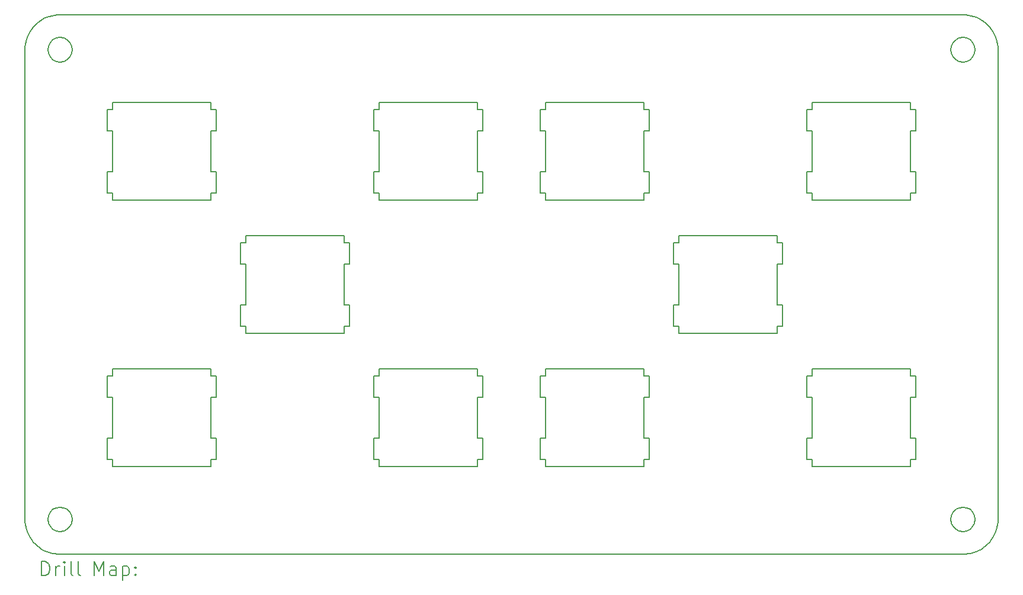
<source format=gbr>
%TF.GenerationSoftware,KiCad,Pcbnew,(7.0.0)*%
%TF.CreationDate,2023-03-23T02:07:08-06:00*%
%TF.ProjectId,MainPlate,4d61696e-506c-4617-9465-2e6b69636164,rev?*%
%TF.SameCoordinates,Original*%
%TF.FileFunction,Drillmap*%
%TF.FilePolarity,Positive*%
%FSLAX45Y45*%
G04 Gerber Fmt 4.5, Leading zero omitted, Abs format (unit mm)*
G04 Created by KiCad (PCBNEW (7.0.0)) date 2023-03-23 02:07:08*
%MOMM*%
%LPD*%
G01*
G04 APERTURE LIST*
%ADD10C,0.188976*%
%ADD11C,0.200000*%
G04 APERTURE END LIST*
D10*
X10678800Y-11630100D02*
X10758600Y-11630100D01*
X14488800Y-11320100D02*
X14488800Y-11320100D01*
X15390000Y-8710100D02*
X15390000Y-8710100D01*
X8667800Y-13269800D02*
X8629100Y-13231100D01*
X20680000Y-8810100D02*
X20680000Y-8810100D01*
X17375000Y-9415100D02*
X17375000Y-9415100D01*
X17375000Y-10715100D02*
X17375000Y-10715100D01*
X21931100Y-6618300D02*
X21932600Y-6657600D01*
X19280000Y-11220100D02*
X19280000Y-11320100D01*
X14488800Y-8710100D02*
X14568800Y-8710100D01*
X14488800Y-7820100D02*
X14568800Y-7820100D01*
X21266200Y-6711600D02*
X21266200Y-6711600D01*
X21837100Y-6363700D02*
X21858900Y-6396300D01*
X11183700Y-9315100D02*
X11183700Y-9415100D01*
X16950000Y-11630100D02*
X16950000Y-11630100D01*
X21266200Y-6603500D02*
X21257600Y-6657600D01*
X8629100Y-6799100D02*
X8629100Y-6799100D01*
X21535500Y-6516000D02*
X21535500Y-6516000D01*
X19280000Y-12620100D02*
X19280000Y-12620100D01*
X10678800Y-12210100D02*
X10678800Y-12210100D01*
X8629100Y-6516000D02*
X8629100Y-6516000D01*
X8384700Y-6554700D02*
X8359800Y-6603500D01*
X16950000Y-7510100D02*
X16870001Y-7510100D01*
X8384700Y-6760400D02*
X8384700Y-6760400D01*
X21510799Y-13866500D02*
X21471800Y-13871100D01*
X8359800Y-6603500D02*
X8359800Y-6603500D01*
X21894500Y-6466200D02*
X21894500Y-6466200D01*
X19200000Y-12520100D02*
X19200000Y-12520100D01*
X16950000Y-8710100D02*
X16950000Y-8400000D01*
X9278800Y-11220100D02*
X9278800Y-11320100D01*
X8526300Y-6832600D02*
X8580300Y-6824000D01*
X21623901Y-13834600D02*
X21587100Y-13848200D01*
X21858900Y-13633900D02*
X21858900Y-13633900D01*
X21266200Y-13426700D02*
X21291000Y-13475500D01*
X17375000Y-9725100D02*
X17375000Y-9725100D01*
X11183700Y-10715100D02*
X12583700Y-10715100D01*
X15390000Y-11320100D02*
X15390000Y-11320100D01*
X8409500Y-13858800D02*
X8409500Y-13858800D01*
X13088800Y-8710100D02*
X13088800Y-8810100D01*
X8172700Y-6304000D02*
X8201500Y-6277300D01*
X12583700Y-9415100D02*
X12583700Y-9415100D01*
X14488800Y-12210100D02*
X14488800Y-11630100D01*
X10678800Y-11220100D02*
X9278800Y-11220100D01*
X20680000Y-12620100D02*
X20680000Y-12620100D01*
X8423400Y-6516000D02*
X8384700Y-6554700D01*
X21291000Y-13475500D02*
X21291000Y-13475500D01*
X20680000Y-12210100D02*
X20680000Y-11630100D01*
X21926400Y-6579300D02*
X21931100Y-6618300D01*
X13008800Y-12520100D02*
X13008800Y-12520100D01*
X21812800Y-6332800D02*
X21837100Y-6363700D01*
X14568800Y-11630100D02*
X14568800Y-11630100D01*
X12583700Y-9415100D02*
X12583700Y-9315100D01*
X19280000Y-8810100D02*
X20680000Y-8810100D01*
X21535500Y-13231100D02*
X21486700Y-13206200D01*
X11183700Y-9725100D02*
X11183700Y-10305100D01*
X21932600Y-6657600D02*
X21932600Y-13372700D01*
X15470000Y-8400000D02*
X15470000Y-8400000D01*
X8146000Y-13697400D02*
X8146000Y-13697400D01*
X8359800Y-6711600D02*
X8384700Y-6760400D01*
X19280000Y-11320100D02*
X19200000Y-11320100D01*
X20760000Y-12520100D02*
X20760000Y-12210100D01*
X8384700Y-6760400D02*
X8423400Y-6799100D01*
X21931100Y-6618300D02*
X21931100Y-6618300D01*
X20760000Y-8710100D02*
X20760000Y-8710100D01*
X18775000Y-9415100D02*
X18775000Y-9315100D01*
X20680000Y-8710100D02*
X20680000Y-8710100D01*
X18855000Y-9415100D02*
X18855000Y-9415100D01*
X9278800Y-11630100D02*
X9278800Y-12210100D01*
X21549300Y-13858800D02*
X21549300Y-13858800D01*
X15470000Y-11320100D02*
X15390000Y-11320100D01*
X15470000Y-11630100D02*
X15470000Y-12210100D01*
X8146000Y-6332800D02*
X8146000Y-6332800D01*
X21599000Y-13318600D02*
X21599000Y-13318600D01*
X21607600Y-13372700D02*
X21607600Y-13372700D01*
X8080700Y-13599600D02*
X8064300Y-13564000D01*
X18855000Y-10305100D02*
X18855000Y-10305100D01*
X8050700Y-6503000D02*
X8050700Y-6503000D01*
X8580300Y-6824000D02*
X8629100Y-6799100D01*
X13008800Y-11630100D02*
X13088800Y-11630100D01*
X8040100Y-6540800D02*
X8040100Y-6540800D01*
X12583700Y-9315100D02*
X12583700Y-9315100D01*
X16870001Y-11220100D02*
X16870001Y-11220100D01*
X8526300Y-6832600D02*
X8526300Y-6832600D01*
X17295001Y-9415100D02*
X17295001Y-9725100D01*
X10678800Y-7410100D02*
X10678800Y-7410100D01*
X9278800Y-8810100D02*
X9278800Y-8810100D01*
X21549300Y-6171400D02*
X21549300Y-6171400D01*
X10678800Y-7510100D02*
X10678800Y-7410100D01*
X21858900Y-13633900D02*
X21837100Y-13666500D01*
X19200000Y-12520100D02*
X19280000Y-12520100D01*
X8692700Y-13318600D02*
X8692700Y-13318600D01*
X13088800Y-7410100D02*
X13088800Y-7510100D01*
X21599000Y-6711600D02*
X21599000Y-6711600D01*
X15390000Y-12520100D02*
X15390000Y-12520100D01*
X17375000Y-9315100D02*
X17375000Y-9415100D01*
X14488800Y-8810100D02*
X14488800Y-8810100D01*
X15390000Y-12210100D02*
X15390000Y-12520100D01*
X17295001Y-10305100D02*
X17295001Y-10615100D01*
X9198700Y-7510100D02*
X9198700Y-7820100D01*
X14568800Y-12210100D02*
X14488800Y-12210100D01*
X8667800Y-6760400D02*
X8667800Y-6760400D01*
X9278800Y-7820100D02*
X9278800Y-7820100D01*
X10678800Y-8400000D02*
X10678800Y-8400000D01*
X9278800Y-7510100D02*
X9198700Y-7510100D01*
X9198700Y-12520100D02*
X9278800Y-12520100D01*
X14488800Y-11220100D02*
X13088800Y-11220100D01*
X12663700Y-10615100D02*
X12663700Y-10305100D01*
X8334900Y-13834600D02*
X8334900Y-13834600D01*
X21908100Y-6503000D02*
X21908100Y-6503000D01*
X17375000Y-10305100D02*
X17295001Y-10305100D01*
X21894500Y-13564000D02*
X21894500Y-13564000D01*
X21486700Y-6491100D02*
X21486700Y-6491100D01*
X8423400Y-13231100D02*
X8423400Y-13231100D01*
X8359800Y-13426700D02*
X8359800Y-13426700D01*
X16870001Y-8710100D02*
X16950000Y-8710100D01*
X9198700Y-8710100D02*
X9198700Y-8710100D01*
X8448000Y-13866500D02*
X8409500Y-13858800D01*
X21726501Y-13777200D02*
X21693800Y-13799000D01*
X8172700Y-13726200D02*
X8146000Y-13697400D01*
X16870001Y-7820100D02*
X16950000Y-7820100D01*
X19200000Y-7820100D02*
X19280000Y-7820100D01*
X8099900Y-13633900D02*
X8099900Y-13633900D01*
X8040100Y-6540800D02*
X8050700Y-6503000D01*
X21607600Y-6657600D02*
X21607600Y-6657600D01*
X10678800Y-12210100D02*
X10678800Y-11630100D01*
X18855000Y-9725100D02*
X18855000Y-9415100D01*
X8265000Y-6231200D02*
X8265000Y-6231200D01*
X21329701Y-6516000D02*
X21329701Y-6516000D01*
X21878100Y-13599600D02*
X21878100Y-13599600D01*
X8384700Y-6554700D02*
X8384700Y-6554700D01*
X16950000Y-7820100D02*
X16950000Y-7820100D01*
X21786201Y-13726200D02*
X21757301Y-13752900D01*
X21786201Y-6304000D02*
X21786201Y-6304000D01*
X8027800Y-13411900D02*
X8026200Y-13372600D01*
X8692700Y-13426700D02*
X8701300Y-13372700D01*
X14488800Y-7410100D02*
X14488800Y-7410100D01*
X8232400Y-6253000D02*
X8232400Y-6253000D01*
X21878100Y-6430600D02*
X21894500Y-6466200D01*
X16950000Y-11320100D02*
X16950000Y-11320100D01*
X16870001Y-11220100D02*
X15470000Y-11220100D01*
X8526300Y-13547700D02*
X8580300Y-13539100D01*
X8487000Y-6159100D02*
X8487000Y-6159100D01*
X18775000Y-9415100D02*
X18775000Y-9415100D01*
X21659600Y-6212000D02*
X21659600Y-6212000D01*
X8487000Y-13871100D02*
X8448000Y-13866500D01*
X21329701Y-13231100D02*
X21329701Y-13231100D01*
X20680000Y-8710100D02*
X20760000Y-8710100D01*
X13008800Y-12210100D02*
X13008800Y-12520100D01*
X20760000Y-11320100D02*
X20680000Y-11320100D01*
X14568800Y-7820100D02*
X14568800Y-7510100D01*
X21266200Y-6603500D02*
X21266200Y-6603500D01*
X8472200Y-13206200D02*
X8423400Y-13231100D01*
X15390000Y-12520100D02*
X15470000Y-12520100D01*
X21471800Y-6159100D02*
X21510799Y-6163700D01*
X8027800Y-13411900D02*
X8027800Y-13411900D01*
X13088800Y-11320100D02*
X13088800Y-11320100D01*
X18855000Y-10305100D02*
X18775000Y-10305100D01*
X16870001Y-7510100D02*
X16870001Y-7410100D01*
X16870001Y-7510100D02*
X16870001Y-7510100D01*
X14488800Y-8400000D02*
X14488800Y-8400000D01*
X19200000Y-12210100D02*
X19200000Y-12210100D01*
X16870001Y-8400000D02*
X16870001Y-8400000D01*
X19280000Y-12520100D02*
X19280000Y-12520100D01*
X8629100Y-13514200D02*
X8629100Y-13514200D01*
X8526300Y-13197700D02*
X8526300Y-13197700D01*
X14488800Y-11630100D02*
X14488800Y-11630100D01*
X16950000Y-12210100D02*
X16950000Y-12210100D01*
X16870001Y-7410100D02*
X16870001Y-7410100D01*
X15390000Y-11320100D02*
X15390000Y-11630100D01*
X8027800Y-6618300D02*
X8027800Y-6618300D01*
X16950000Y-12520100D02*
X16950000Y-12210100D01*
X14568800Y-8710100D02*
X14568800Y-8710100D01*
X11103800Y-10615100D02*
X11183700Y-10615100D01*
X19200000Y-7510100D02*
X19200000Y-7820100D01*
X13088800Y-7510100D02*
X13088800Y-7510100D01*
X8409500Y-13858800D02*
X8371700Y-13848200D01*
X8629100Y-13514200D02*
X8667800Y-13475500D01*
X14488800Y-11320100D02*
X14488800Y-11220100D01*
X9198700Y-12210100D02*
X9198700Y-12210100D01*
X14488800Y-7510100D02*
X14488800Y-7510100D01*
X21329701Y-13514200D02*
X21378500Y-13539100D01*
X17295001Y-9415100D02*
X17295001Y-9415100D01*
X21486700Y-6824000D02*
X21535500Y-6799100D01*
X8265000Y-13799000D02*
X8232400Y-13777200D01*
X21510799Y-6163700D02*
X21549300Y-6171400D01*
X21837100Y-13666500D02*
X21837100Y-13666500D01*
X8334900Y-6195600D02*
X8334900Y-6195600D01*
X10758600Y-11320100D02*
X10758600Y-11320100D01*
X10678800Y-7510100D02*
X10678800Y-7510100D01*
X16950000Y-7820100D02*
X16950000Y-7510100D01*
X13008800Y-11320100D02*
X13008800Y-11630100D01*
X10758600Y-12210100D02*
X10678800Y-12210100D01*
X8099900Y-13633900D02*
X8080700Y-13599600D01*
X18775000Y-10615100D02*
X18775000Y-10615100D01*
X18775000Y-9725100D02*
X18855000Y-9725100D01*
X21623901Y-6195600D02*
X21623901Y-6195600D01*
X12663700Y-9725100D02*
X12663700Y-9725100D01*
X10678800Y-11320100D02*
X10678800Y-11220100D01*
X8334900Y-6195600D02*
X8371700Y-6182000D01*
X8121700Y-6363700D02*
X8146000Y-6332800D01*
X21549300Y-13858800D02*
X21510799Y-13866500D01*
X8080700Y-6430600D02*
X8099900Y-6396300D01*
X11183700Y-9415100D02*
X11183700Y-9415100D01*
X8032400Y-6579300D02*
X8040100Y-6540800D01*
X15390000Y-12210100D02*
X15390000Y-12210100D01*
X10678800Y-8810100D02*
X10678800Y-8710100D01*
X11103800Y-9725100D02*
X11183700Y-9725100D01*
X21932600Y-13372700D02*
X21931100Y-13411900D01*
X21574200Y-13269800D02*
X21535500Y-13231100D01*
X21291000Y-6554700D02*
X21266200Y-6603500D01*
X8526300Y-13547700D02*
X8526300Y-13547700D01*
X21574200Y-13269800D02*
X21574200Y-13269800D01*
X21599000Y-6603500D02*
X21599000Y-6603500D01*
X20760000Y-7820100D02*
X20760000Y-7510100D01*
X8472200Y-13539100D02*
X8472200Y-13539100D01*
X14488800Y-12210100D02*
X14488800Y-12210100D01*
X15470000Y-12620100D02*
X16870001Y-12620100D01*
X8351300Y-6657600D02*
X8351300Y-6657600D01*
X21918800Y-6540800D02*
X21926400Y-6579300D01*
X21486700Y-6824000D02*
X21486700Y-6824000D01*
X16870001Y-12620100D02*
X16870001Y-12620100D01*
X15470000Y-7410100D02*
X15470000Y-7510100D01*
X12663700Y-9415100D02*
X12663700Y-9415100D01*
X8371700Y-6182000D02*
X8371700Y-6182000D01*
X14568800Y-7510100D02*
X14488800Y-7510100D01*
X14488800Y-7510100D02*
X14488800Y-7410100D01*
X11103800Y-10305100D02*
X11103800Y-10305100D01*
X21918800Y-13489400D02*
X21918800Y-13489400D01*
X8629100Y-6799100D02*
X8667800Y-6760400D01*
X8359800Y-6711600D02*
X8359800Y-6711600D01*
X21812800Y-13697400D02*
X21812800Y-13697400D01*
X20760000Y-12210100D02*
X20760000Y-12210100D01*
X13088800Y-12620100D02*
X13088800Y-12620100D01*
X16950000Y-11630100D02*
X16950000Y-11320100D01*
X8032400Y-6579300D02*
X8032400Y-6579300D01*
X20760000Y-8400000D02*
X20760000Y-8400000D01*
X13088800Y-12210100D02*
X13008800Y-12210100D01*
X21510799Y-13866500D02*
X21510799Y-13866500D01*
X8580300Y-13539100D02*
X8629100Y-13514200D01*
X21918800Y-6540800D02*
X21918800Y-6540800D01*
X9278800Y-7510100D02*
X9278800Y-7510100D01*
X9278800Y-7820100D02*
X9278800Y-8400000D01*
X21266200Y-13318600D02*
X21266200Y-13318600D01*
X21574200Y-13475500D02*
X21599000Y-13426700D01*
X20680000Y-7510100D02*
X20680000Y-7510100D01*
X21812800Y-6332800D02*
X21812800Y-6332800D01*
X8423400Y-6799100D02*
X8423400Y-6799100D01*
X18775000Y-10715100D02*
X18775000Y-10715100D01*
X21329701Y-6516000D02*
X21291000Y-6554700D01*
X8371700Y-6182000D02*
X8409500Y-6171400D01*
X13008800Y-8400000D02*
X13008800Y-8400000D01*
X21378500Y-13206200D02*
X21329701Y-13231100D01*
X21432600Y-6157600D02*
X21471800Y-6159100D01*
X12663700Y-10615100D02*
X12663700Y-10615100D01*
X8299300Y-13818200D02*
X8265000Y-13799000D01*
X15390000Y-8400000D02*
X15390000Y-8710100D01*
X15470000Y-12210100D02*
X15390000Y-12210100D01*
X21878100Y-6430600D02*
X21878100Y-6430600D01*
X10758600Y-11320100D02*
X10678800Y-11320100D01*
X8526300Y-13197700D02*
X8472200Y-13206200D01*
X8692700Y-6603500D02*
X8692700Y-6603500D01*
X20760000Y-11320100D02*
X20760000Y-11320100D01*
X8526300Y-6482600D02*
X8472200Y-6491100D01*
X16870001Y-12520100D02*
X16870001Y-12520100D01*
X16870001Y-7820100D02*
X16870001Y-7820100D01*
X13008800Y-7510100D02*
X13008800Y-7820100D01*
X10758600Y-7510100D02*
X10758600Y-7510100D01*
X16950000Y-8400000D02*
X16870001Y-8400000D01*
X13088800Y-7820100D02*
X13088800Y-7820100D01*
X21257600Y-6657600D02*
X21266200Y-6711600D01*
X13088800Y-8810100D02*
X13088800Y-8810100D01*
X10678800Y-11630100D02*
X10678800Y-11630100D01*
X13008800Y-12520100D02*
X13088800Y-12520100D01*
X8526300Y-13872700D02*
X8526300Y-13872700D01*
X18775000Y-9315100D02*
X17375000Y-9315100D01*
X15470000Y-7820100D02*
X15470000Y-8400000D01*
X9198700Y-11630100D02*
X9278800Y-11630100D01*
X12663700Y-9725100D02*
X12663700Y-9415100D01*
X17375000Y-9725100D02*
X17375000Y-10305100D01*
X21726501Y-6253000D02*
X21757301Y-6277300D01*
X21291000Y-13269800D02*
X21266200Y-13318600D01*
X18775000Y-9315100D02*
X18775000Y-9315100D01*
X9278800Y-11630100D02*
X9278800Y-11630100D01*
X21535500Y-13514200D02*
X21535500Y-13514200D01*
X19200000Y-7820100D02*
X19200000Y-7820100D01*
X19280000Y-12520100D02*
X19280000Y-12620100D01*
X9198700Y-8710100D02*
X9278800Y-8710100D01*
X17375000Y-10715100D02*
X18775000Y-10715100D01*
X8201500Y-6277300D02*
X8232400Y-6253000D01*
X20680000Y-7510100D02*
X20680000Y-7410100D01*
X21486700Y-13206200D02*
X21486700Y-13206200D01*
X8121700Y-13666500D02*
X8121700Y-13666500D01*
X21908100Y-13527200D02*
X21894500Y-13564000D01*
X19200000Y-8710100D02*
X19200000Y-8710100D01*
X21599000Y-13426700D02*
X21607600Y-13372700D01*
X13008800Y-8710100D02*
X13088800Y-8710100D01*
X20680000Y-11220100D02*
X19280000Y-11220100D01*
X8172700Y-6304000D02*
X8172700Y-6304000D01*
X15470000Y-7510100D02*
X15390000Y-7510100D01*
X8526300Y-6157500D02*
X8526300Y-6157500D01*
X16950000Y-11320100D02*
X16870001Y-11320100D01*
X19280000Y-7410100D02*
X19280000Y-7510100D01*
X21535500Y-13231100D02*
X21535500Y-13231100D01*
X21257600Y-13372700D02*
X21266200Y-13426700D01*
X10678800Y-12520100D02*
X10758600Y-12520100D01*
X20680000Y-8400000D02*
X20680000Y-7820100D01*
X9278800Y-12620100D02*
X10678800Y-12620100D01*
X20760000Y-11630100D02*
X20760000Y-11320100D01*
X19200000Y-11320100D02*
X19200000Y-11630100D01*
X21486700Y-13539100D02*
X21486700Y-13539100D01*
X21607600Y-6657600D02*
X21599000Y-6603500D01*
X21574200Y-13475500D02*
X21574200Y-13475500D01*
X12583700Y-10715100D02*
X12583700Y-10715100D01*
X21757301Y-13752900D02*
X21726501Y-13777200D01*
X13008800Y-8400000D02*
X13008800Y-8710100D01*
X21535500Y-6799100D02*
X21574200Y-6760400D01*
X8351300Y-13372700D02*
X8351300Y-13372700D01*
X21549300Y-6171400D02*
X21587100Y-6182000D01*
X8032400Y-13450900D02*
X8032400Y-13450900D01*
X10678800Y-7410100D02*
X9278800Y-7410100D01*
X15470000Y-8400000D02*
X15390000Y-8400000D01*
X21837100Y-6363700D02*
X21837100Y-6363700D01*
X17295001Y-10305100D02*
X17295001Y-10305100D01*
X15390000Y-11630100D02*
X15390000Y-11630100D01*
X12663700Y-9415100D02*
X12583700Y-9415100D01*
X21432600Y-6482600D02*
X21378500Y-6491100D01*
X14568800Y-8400000D02*
X14568800Y-8400000D01*
X8629100Y-6516000D02*
X8580300Y-6491100D01*
X15470000Y-12520100D02*
X15470000Y-12620100D01*
X21812800Y-13697400D02*
X21786201Y-13726200D01*
X18775000Y-10305100D02*
X18775000Y-10305100D01*
X10678800Y-8710100D02*
X10758600Y-8710100D01*
X8580300Y-6824000D02*
X8580300Y-6824000D01*
X17295001Y-10615100D02*
X17295001Y-10615100D01*
X21599000Y-6603500D02*
X21574200Y-6554700D01*
X21266200Y-13426700D02*
X21266200Y-13426700D01*
X8359800Y-6603500D02*
X8351300Y-6657600D01*
X20680000Y-7410100D02*
X19280000Y-7410100D01*
X8409500Y-6171400D02*
X8409500Y-6171400D01*
X18775000Y-10305100D02*
X18775000Y-9725100D01*
X8026300Y-6657600D02*
X8026300Y-6657600D01*
X21432600Y-13872700D02*
X8526300Y-13872700D01*
X8701300Y-13372700D02*
X8692700Y-13318600D01*
X9198700Y-7510100D02*
X9198700Y-7510100D01*
X20760000Y-7820100D02*
X20760000Y-7820100D01*
X21757301Y-6277300D02*
X21757301Y-6277300D01*
X21486700Y-13539100D02*
X21535500Y-13514200D01*
X21607600Y-13372700D02*
X21599000Y-13318600D01*
X8580300Y-13206200D02*
X8580300Y-13206200D01*
X8384700Y-13475500D02*
X8384700Y-13475500D01*
X8064300Y-6466200D02*
X8064300Y-6466200D01*
X13088800Y-12210100D02*
X13088800Y-12210100D01*
X13088800Y-8710100D02*
X13088800Y-8710100D01*
X8026200Y-13372600D02*
X8026300Y-6657600D01*
X15390000Y-8400000D02*
X15390000Y-8400000D01*
X19280000Y-7510100D02*
X19200000Y-7510100D01*
X20680000Y-8810100D02*
X20680000Y-8710100D01*
X21932600Y-13372700D02*
X21932600Y-13372700D01*
X9278800Y-12210100D02*
X9278800Y-12210100D01*
X19200000Y-11630100D02*
X19280000Y-11630100D01*
X8487000Y-6159100D02*
X8526300Y-6157500D01*
X16870001Y-12210100D02*
X16870001Y-11630100D01*
X15390000Y-7820100D02*
X15390000Y-7820100D01*
X14488800Y-11220100D02*
X14488800Y-11220100D01*
X21659600Y-6212000D02*
X21693800Y-6231200D01*
X8099900Y-6396300D02*
X8099900Y-6396300D01*
X19200000Y-11320100D02*
X19200000Y-11320100D01*
X13088800Y-7820100D02*
X13088800Y-8400000D01*
X18855000Y-10615100D02*
X18855000Y-10615100D01*
X8448000Y-6163700D02*
X8487000Y-6159100D01*
X19280000Y-8400000D02*
X19200000Y-8400000D01*
X15390000Y-7510100D02*
X15390000Y-7820100D01*
X21894500Y-13564000D02*
X21878100Y-13599600D01*
X8423400Y-6799100D02*
X8472200Y-6824000D01*
X9198700Y-7820100D02*
X9278800Y-7820100D01*
X21786201Y-6304000D02*
X21812800Y-6332800D01*
X21510799Y-6163700D02*
X21510799Y-6163700D01*
X21858900Y-6396300D02*
X21878100Y-6430600D01*
X15470000Y-12210100D02*
X15470000Y-12210100D01*
X10758600Y-7820100D02*
X10758600Y-7510100D01*
X13088800Y-8810100D02*
X14488800Y-8810100D01*
X8423400Y-13514200D02*
X8423400Y-13514200D01*
X21587100Y-13848200D02*
X21549300Y-13858800D01*
X8692700Y-13426700D02*
X8692700Y-13426700D01*
X19280000Y-8810100D02*
X19280000Y-8810100D01*
X8265000Y-6231200D02*
X8299300Y-6212000D01*
X8472200Y-6491100D02*
X8423400Y-6516000D01*
X15470000Y-12620100D02*
X15470000Y-12620100D01*
X11183700Y-9725100D02*
X11183700Y-9725100D01*
X13008800Y-7510100D02*
X13008800Y-7510100D01*
X16950000Y-8710100D02*
X16950000Y-8710100D01*
X17295001Y-9725100D02*
X17295001Y-9725100D01*
X20680000Y-11320100D02*
X20680000Y-11320100D01*
X10758600Y-7820100D02*
X10758600Y-7820100D01*
X14488800Y-7820100D02*
X14488800Y-7820100D01*
X19280000Y-11630100D02*
X19280000Y-11630100D01*
X21918800Y-13489400D02*
X21908100Y-13527200D01*
X13008800Y-7820100D02*
X13008800Y-7820100D01*
X21623901Y-6195600D02*
X21659600Y-6212000D01*
X21858900Y-6396300D02*
X21858900Y-6396300D01*
X8299300Y-13818200D02*
X8299300Y-13818200D01*
X21932600Y-6657600D02*
X21932600Y-6657600D01*
X8201500Y-13752900D02*
X8201500Y-13752900D01*
X13088800Y-11630100D02*
X13088800Y-11630100D01*
X14488800Y-8810100D02*
X14488800Y-8710100D01*
X15470000Y-12520100D02*
X15470000Y-12520100D01*
X8629100Y-13231100D02*
X8629100Y-13231100D01*
X21587100Y-13848200D02*
X21587100Y-13848200D01*
X8701300Y-6657600D02*
X8701300Y-6657600D01*
X8299300Y-6212000D02*
X8334900Y-6195600D01*
X21291000Y-6760400D02*
X21291000Y-6760400D01*
X14488800Y-12620100D02*
X14488800Y-12520100D01*
X14488800Y-12620100D02*
X14488800Y-12620100D01*
X8472200Y-6824000D02*
X8472200Y-6824000D01*
X21693800Y-6231200D02*
X21693800Y-6231200D01*
X21726501Y-13777200D02*
X21726501Y-13777200D01*
X16870001Y-11320100D02*
X16870001Y-11320100D01*
X21486700Y-13206200D02*
X21432600Y-13197700D01*
X16870001Y-8810100D02*
X16870001Y-8710100D01*
X14568800Y-11320100D02*
X14488800Y-11320100D01*
X8232400Y-13777200D02*
X8232400Y-13777200D01*
X21623901Y-13834600D02*
X21623901Y-13834600D01*
X10758600Y-12520100D02*
X10758600Y-12520100D01*
X8526300Y-13872700D02*
X8487000Y-13871100D01*
X10758600Y-8710100D02*
X10758600Y-8400000D01*
X21757301Y-6277300D02*
X21786201Y-6304000D01*
X8423400Y-6516000D02*
X8423400Y-6516000D01*
X12663700Y-10305100D02*
X12583700Y-10305100D01*
X10758600Y-8710100D02*
X10758600Y-8710100D01*
X8667800Y-6554700D02*
X8629100Y-6516000D01*
X14488800Y-12520100D02*
X14568800Y-12520100D01*
X9278800Y-11320100D02*
X9278800Y-11320100D01*
X12583700Y-10615100D02*
X12583700Y-10615100D01*
X19280000Y-12620100D02*
X20680000Y-12620100D01*
X21574200Y-6554700D02*
X21574200Y-6554700D01*
X12583700Y-10615100D02*
X12663700Y-10615100D01*
X8667800Y-13269800D02*
X8667800Y-13269800D01*
X8384700Y-13269800D02*
X8384700Y-13269800D01*
X21291000Y-13269800D02*
X21291000Y-13269800D01*
X8384700Y-13475500D02*
X8423400Y-13514200D01*
X15470000Y-11220100D02*
X15470000Y-11320100D01*
X8265000Y-13799000D02*
X8265000Y-13799000D01*
X11183700Y-10715100D02*
X11183700Y-10715100D01*
X21432600Y-13547700D02*
X21432600Y-13547700D01*
X11183700Y-10615100D02*
X11183700Y-10615100D01*
X21291000Y-6554700D02*
X21291000Y-6554700D01*
X21659600Y-13818200D02*
X21623901Y-13834600D01*
X16950000Y-7510100D02*
X16950000Y-7510100D01*
X16870001Y-8710100D02*
X16870001Y-8710100D01*
X15470000Y-8810100D02*
X15470000Y-8810100D01*
X21432600Y-13197700D02*
X21378500Y-13206200D01*
X20680000Y-11220100D02*
X20680000Y-11220100D01*
X17295001Y-9725100D02*
X17375000Y-9725100D01*
X21378500Y-13539100D02*
X21432600Y-13547700D01*
X21378500Y-13539100D02*
X21378500Y-13539100D01*
X16870001Y-11630100D02*
X16870001Y-11630100D01*
X8359800Y-13318600D02*
X8359800Y-13318600D01*
X20760000Y-12520100D02*
X20760000Y-12520100D01*
X21926400Y-13450900D02*
X21918800Y-13489400D01*
X21926400Y-6579300D02*
X21926400Y-6579300D01*
X9278800Y-8810100D02*
X10678800Y-8810100D01*
X12583700Y-10715100D02*
X12583700Y-10615100D01*
X8146000Y-13697400D02*
X8121700Y-13666500D01*
X16950000Y-12210100D02*
X16870001Y-12210100D01*
X8580300Y-13206200D02*
X8526300Y-13197700D01*
X21329701Y-13231100D02*
X21291000Y-13269800D01*
X21432600Y-6832600D02*
X21486700Y-6824000D01*
X13088800Y-11220100D02*
X13088800Y-11320100D01*
X11103800Y-10615100D02*
X11103800Y-10615100D01*
X13088800Y-8400000D02*
X13088800Y-8400000D01*
X10678800Y-8810100D02*
X10678800Y-8810100D01*
X13088800Y-11320100D02*
X13008800Y-11320100D01*
X13008800Y-12210100D02*
X13008800Y-12210100D01*
X20680000Y-7820100D02*
X20760000Y-7820100D01*
X15390000Y-8710100D02*
X15470000Y-8710100D01*
X8172700Y-13726200D02*
X8172700Y-13726200D01*
X14568800Y-12210100D02*
X14568800Y-12210100D01*
X8201500Y-6277300D02*
X8201500Y-6277300D01*
X8080700Y-6430600D02*
X8080700Y-6430600D01*
X20680000Y-8400000D02*
X20680000Y-8400000D01*
X19200000Y-11630100D02*
X19200000Y-11630100D01*
X8629100Y-13231100D02*
X8580300Y-13206200D01*
X16870001Y-12620100D02*
X16870001Y-12520100D01*
X17375000Y-10615100D02*
X17375000Y-10615100D01*
X21432600Y-13872700D02*
X21432600Y-13872700D01*
X12583700Y-9725100D02*
X12663700Y-9725100D01*
X8371700Y-13848200D02*
X8334900Y-13834600D01*
X11183700Y-9415100D02*
X11103800Y-9415100D01*
X20760000Y-8710100D02*
X20760000Y-8400000D01*
X20680000Y-11630100D02*
X20680000Y-11630100D01*
X21378500Y-6824000D02*
X21378500Y-6824000D01*
X19200000Y-8710100D02*
X19280000Y-8710100D01*
X8580300Y-6491100D02*
X8526300Y-6482600D01*
X21291000Y-6760400D02*
X21329701Y-6799100D01*
X21894500Y-6466200D02*
X21908100Y-6503000D01*
X21908100Y-13527200D02*
X21908100Y-13527200D01*
X19280000Y-7510100D02*
X19280000Y-7510100D01*
X8667800Y-13475500D02*
X8692700Y-13426700D01*
X9198700Y-11320100D02*
X9198700Y-11320100D01*
X8692700Y-6711600D02*
X8692700Y-6711600D01*
X20680000Y-7820100D02*
X20680000Y-7820100D01*
X21693800Y-6231200D02*
X21726501Y-6253000D01*
X9278800Y-8710100D02*
X9278800Y-8810100D01*
X10758600Y-7510100D02*
X10678800Y-7510100D01*
X16870001Y-7410100D02*
X15470000Y-7410100D01*
X8232400Y-6253000D02*
X8265000Y-6231200D01*
X9198700Y-8400000D02*
X9198700Y-8710100D01*
X8487000Y-13871100D02*
X8487000Y-13871100D01*
X13008800Y-8710100D02*
X13008800Y-8710100D01*
X8146000Y-6332800D02*
X8172700Y-6304000D01*
X9278800Y-12520100D02*
X9278800Y-12620100D01*
X21471800Y-13871100D02*
X21471800Y-13871100D01*
X21574200Y-6554700D02*
X21535500Y-6516000D01*
X21587100Y-6182000D02*
X21623901Y-6195600D01*
X15470000Y-11630100D02*
X15470000Y-11630100D01*
X20680000Y-12520100D02*
X20680000Y-12520100D01*
X14488800Y-12520100D02*
X14488800Y-12520100D01*
X21378500Y-6824000D02*
X21432600Y-6832600D01*
X13088800Y-12620100D02*
X14488800Y-12620100D01*
X16870001Y-8400000D02*
X16870001Y-7820100D01*
X20680000Y-11630100D02*
X20760000Y-11630100D01*
X13008800Y-11630100D02*
X13008800Y-11630100D01*
X8064300Y-13564000D02*
X8050700Y-13527200D01*
X21486700Y-6491100D02*
X21432600Y-6482600D01*
X11103800Y-10305100D02*
X11103800Y-10615100D01*
X16950000Y-8400000D02*
X16950000Y-8400000D01*
X14568800Y-12520100D02*
X14568800Y-12520100D01*
X20760000Y-8400000D02*
X20680000Y-8400000D01*
X8299300Y-6212000D02*
X8299300Y-6212000D01*
X19280000Y-7820100D02*
X19280000Y-7820100D01*
X9198700Y-12520100D02*
X9198700Y-12520100D01*
X8050700Y-6503000D02*
X8064300Y-6466200D01*
X16950000Y-12520100D02*
X16950000Y-12520100D01*
X21726501Y-6253000D02*
X21726501Y-6253000D01*
X8580300Y-13539100D02*
X8580300Y-13539100D01*
X20680000Y-12520100D02*
X20760000Y-12520100D01*
X8526300Y-6482600D02*
X8526300Y-6482600D01*
X10678800Y-8400000D02*
X10678800Y-7820100D01*
X16870001Y-11630100D02*
X16950000Y-11630100D01*
X15470000Y-8710100D02*
X15470000Y-8810100D01*
X21693800Y-13799000D02*
X21693800Y-13799000D01*
X11183700Y-10305100D02*
X11103800Y-10305100D01*
X9278800Y-11320100D02*
X9198700Y-11320100D01*
X16870001Y-8810100D02*
X16870001Y-8810100D01*
X21432600Y-13547700D02*
X21486700Y-13539100D01*
X18855000Y-10615100D02*
X18855000Y-10305100D01*
X14568800Y-8400000D02*
X14488800Y-8400000D01*
X17375000Y-10615100D02*
X17375000Y-10715100D01*
X9278800Y-8400000D02*
X9278800Y-8400000D01*
X10758600Y-12520100D02*
X10758600Y-12210100D01*
X15470000Y-8810100D02*
X16870001Y-8810100D01*
X21599000Y-6711600D02*
X21607600Y-6657600D01*
X14488800Y-11630100D02*
X14568800Y-11630100D01*
X14568800Y-7510100D02*
X14568800Y-7510100D01*
X12583700Y-10305100D02*
X12583700Y-10305100D01*
X8667800Y-13475500D02*
X8667800Y-13475500D01*
X21659600Y-13818200D02*
X21659600Y-13818200D01*
X8334900Y-13834600D02*
X8299300Y-13818200D01*
X19280000Y-8710100D02*
X19280000Y-8710100D01*
X14488800Y-7410100D02*
X13088800Y-7410100D01*
X21599000Y-13318600D02*
X21574200Y-13269800D01*
X8692700Y-6603500D02*
X8667800Y-6554700D01*
X19280000Y-7820100D02*
X19280000Y-8400000D01*
X15390000Y-7510100D02*
X15390000Y-7510100D01*
X8423400Y-13231100D02*
X8384700Y-13269800D01*
X21329701Y-13514200D02*
X21329701Y-13514200D01*
X8472200Y-6824000D02*
X8526300Y-6832600D01*
X14568800Y-12520100D02*
X14568800Y-12210100D01*
X14488800Y-8710100D02*
X14488800Y-8710100D01*
X12583700Y-10305100D02*
X12583700Y-9725100D01*
X21574200Y-6760400D02*
X21574200Y-6760400D01*
X9198700Y-7820100D02*
X9198700Y-7820100D01*
X21786201Y-13726200D02*
X21786201Y-13726200D01*
X13088800Y-8400000D02*
X13008800Y-8400000D01*
X21535500Y-13514200D02*
X21574200Y-13475500D01*
X21837100Y-13666500D02*
X21812800Y-13697400D01*
X12583700Y-9725100D02*
X12583700Y-9725100D01*
X16870001Y-12520100D02*
X16950000Y-12520100D01*
X8359800Y-13318600D02*
X8351300Y-13372700D01*
X20760000Y-11630100D02*
X20760000Y-11630100D01*
X20680000Y-12210100D02*
X20680000Y-12210100D01*
X8667800Y-6760400D02*
X8692700Y-6711600D01*
X21432600Y-13197700D02*
X21432600Y-13197700D01*
X10678800Y-11320100D02*
X10678800Y-11320100D01*
X21574200Y-6760400D02*
X21599000Y-6711600D01*
X21257600Y-6657600D02*
X21257600Y-6657600D01*
X13008800Y-11320100D02*
X13008800Y-11320100D01*
X15470000Y-11320100D02*
X15470000Y-11320100D01*
X10678800Y-11220100D02*
X10678800Y-11220100D01*
X19280000Y-12210100D02*
X19280000Y-12210100D01*
X21535500Y-6799100D02*
X21535500Y-6799100D01*
X8526300Y-6157500D02*
X21432600Y-6157600D01*
X8026200Y-13372600D02*
X8026200Y-13372600D01*
X19280000Y-8710100D02*
X19280000Y-8810100D01*
X21329701Y-6799100D02*
X21378500Y-6824000D01*
X8448000Y-13866500D02*
X8448000Y-13866500D01*
X19280000Y-11320100D02*
X19280000Y-11320100D01*
X21471800Y-6159100D02*
X21471800Y-6159100D01*
X9198700Y-11630100D02*
X9198700Y-11630100D01*
X18775000Y-10615100D02*
X18855000Y-10615100D01*
X8050700Y-13527200D02*
X8040100Y-13489400D01*
X8064300Y-6466200D02*
X8080700Y-6430600D01*
X17375000Y-9415100D02*
X17295001Y-9415100D01*
X19280000Y-11630100D02*
X19280000Y-12210100D01*
X8351300Y-6657600D02*
X8359800Y-6711600D01*
X18775000Y-10715100D02*
X18775000Y-10615100D01*
X21926400Y-13450900D02*
X21926400Y-13450900D01*
X21693800Y-13799000D02*
X21659600Y-13818200D01*
X21931100Y-13411900D02*
X21931100Y-13411900D01*
X9278800Y-12520100D02*
X9278800Y-12520100D01*
X15470000Y-7820100D02*
X15470000Y-7820100D01*
X20680000Y-7410100D02*
X20680000Y-7410100D01*
X8026300Y-6657600D02*
X8027800Y-6618300D01*
X10678800Y-7820100D02*
X10678800Y-7820100D01*
X14568800Y-8710100D02*
X14568800Y-8400000D01*
X10758600Y-12210100D02*
X10758600Y-12210100D01*
X10758600Y-8400000D02*
X10758600Y-8400000D01*
X9278800Y-8400000D02*
X9198700Y-8400000D01*
X16870001Y-11320100D02*
X16870001Y-11220100D01*
X12583700Y-9315100D02*
X11183700Y-9315100D01*
X18855000Y-9725100D02*
X18855000Y-9725100D01*
X8409500Y-6171400D02*
X8448000Y-6163700D01*
X8064300Y-13564000D02*
X8064300Y-13564000D01*
X8472200Y-13539100D02*
X8526300Y-13547700D01*
X16870001Y-12210100D02*
X16870001Y-12210100D01*
X10678800Y-8710100D02*
X10678800Y-8710100D01*
X19200000Y-12210100D02*
X19200000Y-12520100D01*
X11103800Y-9415100D02*
X11103800Y-9725100D01*
X11103800Y-9725100D02*
X11103800Y-9725100D01*
X8121700Y-13666500D02*
X8099900Y-13633900D01*
X8692700Y-13318600D02*
X8667800Y-13269800D01*
X10678800Y-12620100D02*
X10678800Y-12620100D01*
X21432600Y-6832600D02*
X21432600Y-6832600D01*
X21757301Y-13752900D02*
X21757301Y-13752900D01*
X21378500Y-6491100D02*
X21329701Y-6516000D01*
X9278800Y-12210100D02*
X9198700Y-12210100D01*
X8040100Y-13489400D02*
X8040100Y-13489400D01*
X21471800Y-13871100D02*
X21432600Y-13872700D01*
X21878100Y-13599600D02*
X21858900Y-13633900D01*
X13088800Y-12520100D02*
X13088800Y-12520100D01*
X8040100Y-13489400D02*
X8032400Y-13450900D01*
X14488800Y-8400000D02*
X14488800Y-7820100D01*
X21329701Y-6799100D02*
X21329701Y-6799100D01*
X20680000Y-11320100D02*
X20680000Y-11220100D01*
X8580300Y-6491100D02*
X8580300Y-6491100D01*
X8027800Y-6618300D02*
X8032400Y-6579300D01*
X9278800Y-12620100D02*
X9278800Y-12620100D01*
X21535500Y-6516000D02*
X21486700Y-6491100D01*
X13088800Y-7510100D02*
X13008800Y-7510100D01*
X10758600Y-8400000D02*
X10678800Y-8400000D01*
X8099900Y-6396300D02*
X8121700Y-6363700D01*
X10758600Y-11630100D02*
X10758600Y-11630100D01*
X21599000Y-13426700D02*
X21599000Y-13426700D01*
X13088800Y-12520100D02*
X13088800Y-12620100D01*
X17295001Y-10615100D02*
X17375000Y-10615100D01*
X8701300Y-13372700D02*
X8701300Y-13372700D01*
X17375000Y-10305100D02*
X17375000Y-10305100D01*
X19280000Y-12210100D02*
X19200000Y-12210100D01*
X15390000Y-11630100D02*
X15470000Y-11630100D01*
X9278800Y-7410100D02*
X9278800Y-7510100D01*
X21266200Y-6711600D02*
X21291000Y-6760400D01*
X8201500Y-13752900D02*
X8172700Y-13726200D01*
X8032400Y-13450900D02*
X8027800Y-13411900D01*
X8384700Y-13269800D02*
X8359800Y-13318600D01*
X21257600Y-13372700D02*
X21257600Y-13372700D01*
X20760000Y-12210100D02*
X20680000Y-12210100D01*
X11103800Y-9415100D02*
X11103800Y-9415100D01*
X14568800Y-11630100D02*
X14568800Y-11320100D01*
X18855000Y-9415100D02*
X18775000Y-9415100D01*
X8359800Y-13426700D02*
X8384700Y-13475500D01*
X11183700Y-10615100D02*
X11183700Y-10715100D01*
X8121700Y-6363700D02*
X8121700Y-6363700D01*
X8448000Y-6163700D02*
X8448000Y-6163700D01*
X8351300Y-13372700D02*
X8359800Y-13426700D01*
X19280000Y-8400000D02*
X19280000Y-8400000D01*
X8050700Y-13527200D02*
X8050700Y-13527200D01*
X19200000Y-8400000D02*
X19200000Y-8400000D01*
X12663700Y-10305100D02*
X12663700Y-10305100D01*
X19200000Y-8400000D02*
X19200000Y-8710100D01*
X20760000Y-7510100D02*
X20760000Y-7510100D01*
X14568800Y-11320100D02*
X14568800Y-11320100D01*
X20760000Y-7510100D02*
X20680000Y-7510100D01*
X9198700Y-12210100D02*
X9198700Y-12520100D01*
X21432600Y-6482600D02*
X21432600Y-6482600D01*
X8080700Y-13599600D02*
X8080700Y-13599600D01*
X8692700Y-6711600D02*
X8701300Y-6657600D01*
X11183700Y-10305100D02*
X11183700Y-10305100D01*
X15470000Y-8710100D02*
X15470000Y-8710100D01*
X8667800Y-6554700D02*
X8667800Y-6554700D01*
X21908100Y-6503000D02*
X21918800Y-6540800D01*
X21587100Y-6182000D02*
X21587100Y-6182000D01*
X9198700Y-8400000D02*
X9198700Y-8400000D01*
X8232400Y-13777200D02*
X8201500Y-13752900D01*
X9278800Y-8710100D02*
X9278800Y-8710100D01*
X10678800Y-12520100D02*
X10678800Y-12520100D01*
X8701300Y-6657600D02*
X8692700Y-6603500D01*
X20680000Y-12620100D02*
X20680000Y-12520100D01*
X10678800Y-12620100D02*
X10678800Y-12520100D01*
X8371700Y-13848200D02*
X8371700Y-13848200D01*
X9198700Y-11320100D02*
X9198700Y-11630100D01*
X21266200Y-13318600D02*
X21257600Y-13372700D01*
X15390000Y-7820100D02*
X15470000Y-7820100D01*
X18775000Y-9725100D02*
X18775000Y-9725100D01*
X21291000Y-13475500D02*
X21329701Y-13514200D01*
X8423400Y-13514200D02*
X8472200Y-13539100D01*
X19200000Y-7510100D02*
X19200000Y-7510100D01*
X10678800Y-7820100D02*
X10758600Y-7820100D01*
X13088800Y-11630100D02*
X13088800Y-12210100D01*
X13008800Y-7820100D02*
X13088800Y-7820100D01*
X14568800Y-7820100D02*
X14568800Y-7820100D01*
X15470000Y-7510100D02*
X15470000Y-7510100D01*
X21931100Y-13411900D02*
X21926400Y-13450900D01*
X10758600Y-11630100D02*
X10758600Y-11320100D01*
D11*
X8264370Y-14175625D02*
X8264370Y-13975625D01*
X8264370Y-13975625D02*
X8311989Y-13975625D01*
X8311989Y-13975625D02*
X8340561Y-13985149D01*
X8340561Y-13985149D02*
X8359608Y-14004196D01*
X8359608Y-14004196D02*
X8369132Y-14023244D01*
X8369132Y-14023244D02*
X8378656Y-14061339D01*
X8378656Y-14061339D02*
X8378656Y-14089911D01*
X8378656Y-14089911D02*
X8369132Y-14128006D01*
X8369132Y-14128006D02*
X8359608Y-14147054D01*
X8359608Y-14147054D02*
X8340561Y-14166101D01*
X8340561Y-14166101D02*
X8311989Y-14175625D01*
X8311989Y-14175625D02*
X8264370Y-14175625D01*
X8464370Y-14175625D02*
X8464370Y-14042292D01*
X8464370Y-14080387D02*
X8473894Y-14061339D01*
X8473894Y-14061339D02*
X8483418Y-14051815D01*
X8483418Y-14051815D02*
X8502466Y-14042292D01*
X8502466Y-14042292D02*
X8521513Y-14042292D01*
X8588180Y-14175625D02*
X8588180Y-14042292D01*
X8588180Y-13975625D02*
X8578656Y-13985149D01*
X8578656Y-13985149D02*
X8588180Y-13994673D01*
X8588180Y-13994673D02*
X8597704Y-13985149D01*
X8597704Y-13985149D02*
X8588180Y-13975625D01*
X8588180Y-13975625D02*
X8588180Y-13994673D01*
X8711989Y-14175625D02*
X8692942Y-14166101D01*
X8692942Y-14166101D02*
X8683418Y-14147054D01*
X8683418Y-14147054D02*
X8683418Y-13975625D01*
X8816751Y-14175625D02*
X8797704Y-14166101D01*
X8797704Y-14166101D02*
X8788180Y-14147054D01*
X8788180Y-14147054D02*
X8788180Y-13975625D01*
X9012942Y-14175625D02*
X9012942Y-13975625D01*
X9012942Y-13975625D02*
X9079608Y-14118482D01*
X9079608Y-14118482D02*
X9146275Y-13975625D01*
X9146275Y-13975625D02*
X9146275Y-14175625D01*
X9327227Y-14175625D02*
X9327227Y-14070863D01*
X9327227Y-14070863D02*
X9317704Y-14051815D01*
X9317704Y-14051815D02*
X9298656Y-14042292D01*
X9298656Y-14042292D02*
X9260561Y-14042292D01*
X9260561Y-14042292D02*
X9241513Y-14051815D01*
X9327227Y-14166101D02*
X9308180Y-14175625D01*
X9308180Y-14175625D02*
X9260561Y-14175625D01*
X9260561Y-14175625D02*
X9241513Y-14166101D01*
X9241513Y-14166101D02*
X9231989Y-14147054D01*
X9231989Y-14147054D02*
X9231989Y-14128006D01*
X9231989Y-14128006D02*
X9241513Y-14108958D01*
X9241513Y-14108958D02*
X9260561Y-14099435D01*
X9260561Y-14099435D02*
X9308180Y-14099435D01*
X9308180Y-14099435D02*
X9327227Y-14089911D01*
X9422466Y-14042292D02*
X9422466Y-14242292D01*
X9422466Y-14051815D02*
X9441513Y-14042292D01*
X9441513Y-14042292D02*
X9479608Y-14042292D01*
X9479608Y-14042292D02*
X9498656Y-14051815D01*
X9498656Y-14051815D02*
X9508180Y-14061339D01*
X9508180Y-14061339D02*
X9517704Y-14080387D01*
X9517704Y-14080387D02*
X9517704Y-14137530D01*
X9517704Y-14137530D02*
X9508180Y-14156577D01*
X9508180Y-14156577D02*
X9498656Y-14166101D01*
X9498656Y-14166101D02*
X9479608Y-14175625D01*
X9479608Y-14175625D02*
X9441513Y-14175625D01*
X9441513Y-14175625D02*
X9422466Y-14166101D01*
X9603418Y-14156577D02*
X9612942Y-14166101D01*
X9612942Y-14166101D02*
X9603418Y-14175625D01*
X9603418Y-14175625D02*
X9593894Y-14166101D01*
X9593894Y-14166101D02*
X9603418Y-14156577D01*
X9603418Y-14156577D02*
X9603418Y-14175625D01*
X9603418Y-14051815D02*
X9612942Y-14061339D01*
X9612942Y-14061339D02*
X9603418Y-14070863D01*
X9603418Y-14070863D02*
X9593894Y-14061339D01*
X9593894Y-14061339D02*
X9603418Y-14051815D01*
X9603418Y-14051815D02*
X9603418Y-14070863D01*
M02*

</source>
